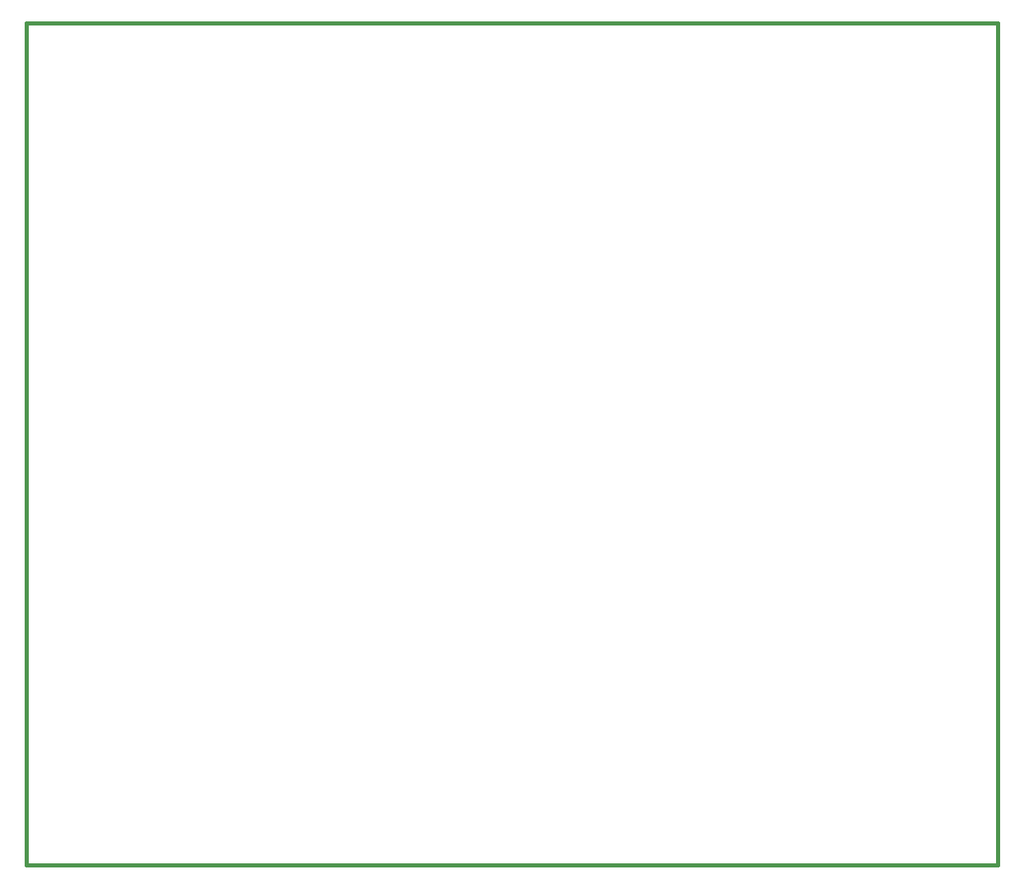
<source format=gbr>
%FSLAX34Y34*%
%MOMM*%
%LNOUTLINE*%
G71*
G01*
%ADD10C,0.400*%
%LPD*%
G54D10*
X88459Y868373D02*
X1088243Y868373D01*
X1088243Y1545D01*
X88459Y1545D01*
X88459Y868373D01*
M02*

</source>
